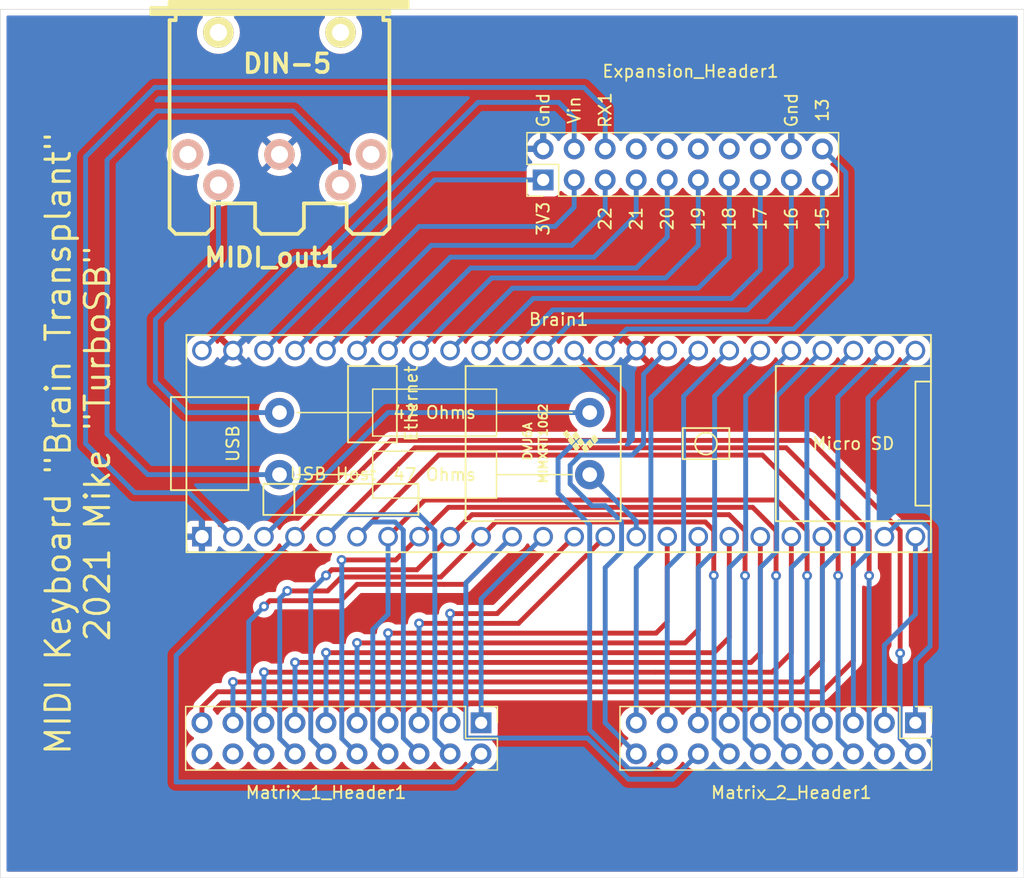
<source format=kicad_pcb>
(kicad_pcb (version 20211014) (generator pcbnew)
  (layers (0 "F.Cu" signal) (31 "B.Cu" signal) (34 "B.Paste" user) (35 "F.Paste" user) (36 "B.SilkS" user "B.Silkscreen") (37 "F.SilkS" user "F.Silkscreen") (38 "B.Mask" user) (39 "F.Mask" user) (44 "Edge.Cuts" user))
  (net 0 "")
  (net 1 "/G3b")
  (net 2 "/G3a")
  (net 3 "Net-(Brain1-Pad3)")
  (net 4 "/G4b")
  (net 5 "/G4a")
  (net 6 "/G2a")
  (net 7 "/G2b")
  (net 8 "/G5b")
  (net 9 "/G5a")
  (net 10 "/G6b")
  (net 11 "/G6a")
  (net 12 "/G7b")
  (net 13 "/G7a")
  (net 14 "/G8b")
  (net 15 "/G8a")
  (net 16 "/G9b")
  (net 17 "/G9a")
  (net 18 "/G10b")
  (net 19 "/G10a")
  (net 20 "/G11b")
  (net 21 "GND")
  (net 22 "/G1a")
  (net 23 "/G1b")
  (net 24 "/Key7")
  (net 25 "/Key6")
  (net 26 "/Key5")
  (net 27 "/Key4")
  (net 28 "Net-(Brain1-Pad15)")
  (net 29 "/Key3")
  (net 30 "/Key2")
  (net 31 "/Key1")
  (net 32 "/Key0")
  (net 33 "/RX1")
  (net 34 "/P13")
  (net 35 "/G11a")
  (net 36 "/Vin")
  (net 38 "Net-(Brain1-Pad37)")
  (net 39 "Net-(Brain1-Pad38)")
  (net 40 "Net-(Brain1-Pad39)")
  (net 41 "Net-(Brain1-Pad40)")
  (net 42 "Net-(Brain1-Pad41)")
  (net 43 "Net-(Brain1-Pad42)")
  (net 44 "Net-(Brain1-Pad43)")
  (net 45 "Net-(Brain1-Pad44)")
  (net 46 "Net-(Brain1-Pad45)")
  (net 47 "Net-(Brain1-Pad46)")
  (net 55 "/MIDI+")
  (net 57 "/MIDI-")
  (footprint "Connector_PinHeader_2.54mm:PinHeader_2x10_P2.54mm_Vertical" (layer "F.Cu") (at 127 69.85 90)
    (fp_text reference "Expansion_Header1" (at 8.89 12.065 180) (layer "F.SilkS"))
    (fp_text value "2x10")
    (pad "1" thru_hole rect locked (at 0 0 90) (size 1.7 1.7) (drill 1) (layers *.Cu *.Mask) (net 47 "Net-(Brain1-Pad46)"))
    (pad "2" thru_hole oval locked (at 2.54 0 90) (size 1.7 1.7) (drill 1) (layers *.Cu *.Mask) (net 21 "GND"))
    (pad "3" thru_hole oval locked (at 0 2.54 90) (size 1.7 1.7) (drill 1) (layers *.Cu *.Mask) (net 46 "Net-(Brain1-Pad45)"))
    (pad "4" thru_hole oval locked (at 2.54 2.54 90) (size 1.7 1.7) (drill 1) (layers *.Cu *.Mask) (net 36 "/Vin"))
    (pad "5" thru_hole oval locked (at 0 5.08 90) (size 1.7 1.7) (drill 1) (layers *.Cu *.Mask) (net 45 "Net-(Brain1-Pad44)"))
    (pad "6" thru_hole oval locked (at 2.54 5.08 90) (size 1.7 1.7) (drill 1) (layers *.Cu *.Mask) (net 33 "/RX1"))
    (pad "7" thru_hole oval locked (at 0 7.62 90) (size 1.7 1.7) (drill 1) (layers *.Cu *.Mask) (net 44 "Net-(Brain1-Pad43)"))
    (pad "8" thru_hole oval locked (at 2.54 7.62 90) (size 1.7 1.7) (drill 1) (layers *.Cu *.Mask))
    (pad "9" thru_hole oval locked (at 0 10.16 90) (size 1.7 1.7) (drill 1) (layers *.Cu *.Mask) (net 43 "Net-(Brain1-Pad42)"))
    (pad "10" thru_hole oval locked (at 2.54 10.16 90) (size 1.7 1.7) (drill 1) (layers *.Cu *.Mask))
    (pad "11" thru_hole oval locked (at 0 12.7 90) (size 1.7 1.7) (drill 1) (layers *.Cu *.Mask) (net 42 "Net-(Brain1-Pad41)"))
    (pad "12" thru_hole oval locked (at 2.54 12.7 90) (size 1.7 1.7) (drill 1) (layers *.Cu *.Mask))
    (pad "13" thru_hole oval locked (at 0 15.24 90) (size 1.7 1.7) (drill 1) (layers *.Cu *.Mask) (net 41 "Net-(Brain1-Pad40)"))
    (pad "14" thru_hole oval locked (at 2.54 15.24 90) (size 1.7 1.7) (drill 1) (layers *.Cu *.Mask))
    (pad "15" thru_hole oval locked (at 0 17.78 90) (size 1.7 1.7) (drill 1) (layers *.Cu *.Mask) (net 40 "Net-(Brain1-Pad39)"))
    (pad "16" thru_hole oval locked (at 2.54 17.78 90) (size 1.7 1.7) (drill 1) (layers *.Cu *.Mask))
    (pad "17" thru_hole oval locked (at 0 20.32 90) (size 1.7 1.7) (drill 1) (layers *.Cu *.Mask) (net 39 "Net-(Brain1-Pad38)"))
    (pad "18" thru_hole oval locked (at 2.54 20.32 90) (size 1.7 1.7) (drill 1) (layers *.Cu *.Mask) (net 21 "GND"))
    (pad "19" thru_hole oval locked (at 0 22.86 90) (size 1.7 1.7) (drill 1) (layers *.Cu *.Mask) (net 38 "Net-(Brain1-Pad37)"))
    (pad "20" thru_hole oval locked (at 2.54 22.86 90) (size 1.7 1.7) (drill 1) (layers *.Cu *.Mask) (net 34 "/P13"))
  )
  (footprint "Teensy:Teensy41_outer" (layer "F.Cu") (at 128.27 91.44)
    (fp_text reference "Brain1" (at 0 -10.16) (layer "F.SilkS"))
    (fp_text value "Teensy4.1")
    (fp_text user "USB Host" (at -18.4658 2.4892) (layer "F.SilkS"))
    (fp_text user "Micro SD" (at 24.13 0) (layer "F.SilkS"))
    (fp_text user "DVJ6A" (at -2.54 -0.18 -90) (layer "F.SilkS") (effects (font (size 0.7 0.7))))
    (fp_text user "MIMXRT1062" (at -1.27 0 -90) (layer "F.SilkS") (effects (font (size 0.7 0.7))))
    (fp_text user "Ethernet" (at -12.065 -3.2766 90) (layer "F.SilkS"))
    (fp_text user "USB" (at -26.67 0 270) (layer "F.SilkS"))
    (pad "1" thru_hole rect locked (at -29.21 7.62) (size 1.6 1.6) (drill 1.1) (layers *.Cu *.Mask) (net 21 "GND"))
    (pad "2" thru_hole circle locked (at -26.67 7.62) (size 1.6 1.6) (drill 1.1) (layers *.Cu *.Mask) (net 33 "/RX1"))
    (pad "3" thru_hole circle locked (at -24.13 7.62) (size 1.6 1.6) (drill 1.1) (layers *.Cu *.Mask) (net 3 "Net-(Brain1-Pad3)"))
    (pad "4" thru_hole circle locked (at -21.59 7.62) (size 1.6 1.6) (drill 1.1) (layers *.Cu *.Mask) (net 32 "/Key0"))
    (pad "5" thru_hole circle locked (at -19.05 7.62) (size 1.6 1.6) (drill 1.1) (layers *.Cu *.Mask) (net 31 "/Key1"))
    (pad "6" thru_hole circle locked (at -16.51 7.62) (size 1.6 1.6) (drill 1.1) (layers *.Cu *.Mask) (net 30 "/Key2"))
    (pad "7" thru_hole circle locked (at -13.97 7.62) (size 1.6 1.6) (drill 1.1) (layers *.Cu *.Mask) (net 29 "/Key3"))
    (pad "8" thru_hole circle locked (at -11.43 7.62) (size 1.6 1.6) (drill 1.1) (layers *.Cu *.Mask) (net 27 "/Key4"))
    (pad "9" thru_hole circle locked (at -8.89 7.62) (size 1.6 1.6) (drill 1.1) (layers *.Cu *.Mask) (net 26 "/Key5"))
    (pad "10" thru_hole circle locked (at -6.35 7.62) (size 1.6 1.6) (drill 1.1) (layers *.Cu *.Mask) (net 25 "/Key6"))
    (pad "11" thru_hole circle locked (at -3.81 7.62) (size 1.6 1.6) (drill 1.1) (layers *.Cu *.Mask) (net 24 "/Key7"))
    (pad "12" thru_hole circle locked (at -1.27 7.62) (size 1.6 1.6) (drill 1.1) (layers *.Cu *.Mask) (net 23 "/G1b"))
    (pad "13" thru_hole circle locked (at 1.27 7.62) (size 1.6 1.6) (drill 1.1) (layers *.Cu *.Mask) (net 22 "/G1a"))
    (pad "14" thru_hole circle locked (at 3.81 7.62) (size 1.6 1.6) (drill 1.1) (layers *.Cu *.Mask) (net 7 "/G2b"))
    (pad "15" thru_hole circle locked (at 6.35 7.62) (size 1.6 1.6) (drill 1.1) (layers *.Cu *.Mask) (net 28 "Net-(Brain1-Pad15)"))
    (pad "16" thru_hole circle locked (at 8.89 7.62) (size 1.6 1.6) (drill 1.1) (layers *.Cu *.Mask) (net 6 "/G2a"))
    (pad "17" thru_hole circle locked (at 11.43 7.62) (size 1.6 1.6) (drill 1.1) (layers *.Cu *.Mask) (net 1 "/G3b"))
    (pad "18" thru_hole circle locked (at 13.97 7.62) (size 1.6 1.6) (drill 1.1) (layers *.Cu *.Mask) (net 2 "/G3a"))
    (pad "19" thru_hole circle locked (at 16.51 7.62) (size 1.6 1.6) (drill 1.1) (layers *.Cu *.Mask) (net 4 "/G4b"))
    (pad "20" thru_hole circle locked (at 19.05 7.62) (size 1.6 1.6) (drill 1.1) (layers *.Cu *.Mask) (net 5 "/G4a"))
    (pad "21" thru_hole circle locked (at 21.59 7.62) (size 1.6 1.6) (drill 1.1) (layers *.Cu *.Mask) (net 8 "/G5b"))
    (pad "22" thru_hole circle locked (at 24.13 7.62) (size 1.6 1.6) (drill 1.1) (layers *.Cu *.Mask) (net 9 "/G5a"))
    (pad "23" thru_hole circle locked (at 26.67 7.62) (size 1.6 1.6) (drill 1.1) (layers *.Cu *.Mask) (net 10 "/G6b"))
    (pad "24" thru_hole circle locked (at 29.21 7.62) (size 1.6 1.6) (drill 1.1) (layers *.Cu *.Mask) (net 11 "/G6a"))
    (pad "25" thru_hole circle locked (at 29.21 -7.62) (size 1.6 1.6) (drill 1.1) (layers *.Cu *.Mask) (net 12 "/G7b"))
    (pad "26" thru_hole circle locked (at 26.67 -7.62) (size 1.6 1.6) (drill 1.1) (layers *.Cu *.Mask) (net 13 "/G7a"))
    (pad "27" thru_hole circle locked (at 24.13 -7.62) (size 1.6 1.6) (drill 1.1) (layers *.Cu *.Mask) (net 14 "/G8b"))
    (pad "28" thru_hole circle locked (at 21.59 -7.62) (size 1.6 1.6) (drill 1.1) (layers *.Cu *.Mask) (net 15 "/G8a"))
    (pad "29" thru_hole circle locked (at 19.05 -7.62) (size 1.6 1.6) (drill 1.1) (layers *.Cu *.Mask) (net 16 "/G9b"))
    (pad "30" thru_hole circle locked (at 16.51 -7.62) (size 1.6 1.6) (drill 1.1) (layers *.Cu *.Mask) (net 17 "/G9a"))
    (pad "31" thru_hole circle locked (at 13.97 -7.62) (size 1.6 1.6) (drill 1.1) (layers *.Cu *.Mask) (net 18 "/G10b"))
    (pad "32" thru_hole circle locked (at 11.43 -7.62) (size 1.6 1.6) (drill 1.1) (layers *.Cu *.Mask) (net 19 "/G10a"))
    (pad "33" thru_hole circle locked (at 8.89 -7.62) (size 1.6 1.6) (drill 1.1) (layers *.Cu *.Mask) (net 20 "/G11b"))
    (pad "34" thru_hole circle locked (at 6.35 -7.62) (size 1.6 1.6) (drill 1.1) (layers *.Cu *.Mask) (net 21 "GND"))
    (pad "35" thru_hole circle locked (at 3.81 -7.62) (size 1.6 1.6) (drill 1.1) (layers *.Cu *.Mask) (net 34 "/P13"))
    (pad "36" thru_hole circle locked (at 1.27 -7.62) (size 1.6 1.6) (drill 1.1) (layers *.Cu *.Mask) (net 35 "/G11a"))
    (pad "37" thru_hole circle locked (at -1.27 -7.62) (size 1.6 1.6) (drill 1.1) (layers *.Cu *.Mask) (net 38 "Net-(Brain1-Pad37)"))
    (pad "38" thru_hole circle locked (at -3.81 -7.62) (size 1.6 1.6) (drill 1.1) (layers *.Cu *.Mask) (net 39 "Net-(Brain1-Pad38)"))
    (pad "39" thru_hole circle locked (at -6.35 -7.62) (size 1.6 1.6) (drill 1.1) (layers *.Cu *.Mask) (net 40 "Net-(Brain1-Pad39)"))
    (pad "40" thru_hole circle locked (at -8.89 -7.62) (size 1.6 1.6) (drill 1.1) (layers *.Cu *.Mask) (net 41 "Net-(Brain1-Pad40)"))
    (pad "41" thru_hole circle locked (at -11.43 -7.62) (size 1.6 1.6) (drill 1.1) (layers *.Cu *.Mask) (net 42 "Net-(Brain1-Pad41)"))
    (pad "42" thru_hole circle locked (at -13.97 -7.62) (size 1.6 1.6) (drill 1.1) (layers *.Cu *.Mask) (net 43 "Net-(Brain1-Pad42)"))
    (pad "43" thru_hole circle locked (at -16.51 -7.62) (size 1.6 1.6) (drill 1.1) (layers *.Cu *.Mask) (net 44 "Net-(Brain1-Pad43)"))
    (pad "44" thru_hole circle locked (at -19.05 -7.62) (size 1.6 1.6) (drill 1.1) (layers *.Cu *.Mask) (net 45 "Net-(Brain1-Pad44)"))
    (pad "45" thru_hole circle locked (at -21.59 -7.62) (size 1.6 1.6) (drill 1.1) (layers *.Cu *.Mask) (net 46 "Net-(Brain1-Pad45)"))
    (pad "46" thru_hole circle locked (at -24.13 -7.62) (size 1.6 1.6) (drill 1.1) (layers *.Cu *.Mask) (net 47 "Net-(Brain1-Pad46)"))
    (pad "47" thru_hole circle locked (at -26.67 -7.62) (size 1.6 1.6) (drill 1.1) (layers *.Cu *.Mask) (net 21 "GND"))
    (pad "48" thru_hole circle locked (at -29.21 -7.62) (size 1.6 1.6) (drill 1.1) (layers *.Cu *.Mask) (net 36 "/Vin"))
  )
  (footprint "Connector_PinHeader_2.54mm:PinHeader_2x10_P2.54mm_Vertical" (layer "F.Cu") (at 121.92 114.3 -90)
    (fp_text reference "Matrix_1_Header1" (at 5.715 12.7) (layer "F.SilkS"))
    (fp_text value "2x10")
    (pad "1" thru_hole rect locked (at 0 0 270) (size 1.7 1.7) (drill 1) (layers *.Cu *.Mask) (net 23 "/G1b"))
    (pad "2" thru_hole oval locked (at 2.54 0 270) (size 1.7 1.7) (drill 1) (layers *.Cu *.Mask) (net 32 "/Key0"))
    (pad "3" thru_hole oval locked (at 0 2.54 270) (size 1.7 1.7) (drill 1) (layers *.Cu *.Mask) (net 22 "/G1a"))
    (pad "4" thru_hole oval locked (at 2.54 2.54 270) (size 1.7 1.7) (drill 1) (layers *.Cu *.Mask) (net 31 "/Key1"))
    (pad "5" thru_hole oval locked (at 0 5.08 270) (size 1.7 1.7) (drill 1) (layers *.Cu *.Mask) (net 7 "/G2b"))
    (pad "6" thru_hole oval locked (at 2.54 5.08 270) (size 1.7 1.7) (drill 1) (layers *.Cu *.Mask) (net 30 "/Key2"))
    (pad "7" thru_hole oval locked (at 0 7.62 270) (size 1.7 1.7) (drill 1) (layers *.Cu *.Mask) (net 6 "/G2a"))
    (pad "8" thru_hole oval locked (at 2.54 7.62 270) (size 1.7 1.7) (drill 1) (layers *.Cu *.Mask) (net 29 "/Key3"))
    (pad "9" thru_hole oval locked (at 0 10.16 270) (size 1.7 1.7) (drill 1) (layers *.Cu *.Mask) (net 1 "/G3b"))
    (pad "10" thru_hole oval locked (at 2.54 10.16 270) (size 1.7 1.7) (drill 1) (layers *.Cu *.Mask) (net 27 "/Key4"))
    (pad "11" thru_hole oval locked (at 0 12.7 270) (size 1.7 1.7) (drill 1) (layers *.Cu *.Mask) (net 2 "/G3a"))
    (pad "12" thru_hole oval locked (at 2.54 12.7 270) (size 1.7 1.7) (drill 1) (layers *.Cu *.Mask) (net 26 "/Key5"))
    (pad "13" thru_hole oval locked (at 0 15.24 270) (size 1.7 1.7) (drill 1) (layers *.Cu *.Mask) (net 4 "/G4b"))
    (pad "14" thru_hole oval locked (at 2.54 15.24 270) (size 1.7 1.7) (drill 1) (layers *.Cu *.Mask) (net 25 "/Key6"))
    (pad "15" thru_hole oval locked (at 0 17.78 270) (size 1.7 1.7) (drill 1) (layers *.Cu *.Mask) (net 5 "/G4a"))
    (pad "16" thru_hole oval locked (at 2.54 17.78 270) (size 1.7 1.7) (drill 1) (layers *.Cu *.Mask) (net 24 "/Key7"))
    (pad "17" thru_hole oval locked (at 0 20.32 270) (size 1.7 1.7) (drill 1) (layers *.Cu *.Mask) (net 8 "/G5b"))
    (pad "18" thru_hole oval locked (at 2.54 20.32 270) (size 1.7 1.7) (drill 1) (layers *.Cu *.Mask))
    (pad "19" thru_hole oval locked (at 0 22.86 270) (size 1.7 1.7) (drill 1) (layers *.Cu *.Mask) (net 9 "/G5a"))
    (pad "20" thru_hole oval locked (at 2.54 22.86 270) (size 1.7 1.7) (drill 1) (layers *.Cu *.Mask))
  )
  (footprint "Connector_PinHeader_2.54mm:PinHeader_2x10_P2.54mm_Vertical" (layer "F.Cu") (at 157.48 114.3 -90)
    (fp_text reference "Matrix_2_Header1" (at 5.715 10.16) (layer "F.SilkS"))
    (fp_text value "2x10")
    (pad "1" thru_hole rect locked (at 0 0 270) (size 1.7 1.7) (drill 1) (layers *.Cu *.Mask) (net 10 "/G6b"))
    (pad "2" thru_hole oval locked (at 2.54 0 270) (size 1.7 1.7) (drill 1) (layers *.Cu *.Mask) (net 32 "/Key0"))
    (pad "3" thru_hole oval locked (at 0 2.54 270) (size 1.7 1.7) (drill 1) (layers *.Cu *.Mask) (net 11 "/G6a"))
    (pad "4" thru_hole oval locked (at 2.54 2.54 270) (size 1.7 1.7) (drill 1) (layers *.Cu *.Mask) (net 31 "/Key1"))
    (pad "5" thru_hole oval locked (at 0 5.08 270) (size 1.7 1.7) (drill 1) (layers *.Cu *.Mask) (net 12 "/G7b"))
    (pad "6" thru_hole oval locked (at 2.54 5.08 270) (size 1.7 1.7) (drill 1) (layers *.Cu *.Mask) (net 30 "/Key2"))
    (pad "7" thru_hole oval locked (at 0 7.62 270) (size 1.7 1.7) (drill 1) (layers *.Cu *.Mask) (net 13 "/G7a"))
    (pad "8" thru_hole oval locked (at 2.54 7.62 270) (size 1.7 1.7) (drill 1) (layers *.Cu *.Mask) (net 29 "/Key3"))
    (pad "9" thru_hole oval locked (at 0 10.16 270) (size 1.7 1.7) (drill 1) (layers *.Cu *.Mask) (net 14 "/G8b"))
    (pad "10" thru_hole oval locked (at 2.54 10.16 270) (size 1.7 1.7) (drill 1) (layers *.Cu *.Mask) (net 27 "/Key4"))
    (pad "11" thru_hole oval locked (at 0 12.7 270) (size 1.7 1.7) (drill 1) (layers *.Cu *.Mask) (net 15 "/G8a"))
    (pad "12" thru_hole oval locked (at 2.54 12.7 270) (size 1.7 1.7) (drill 1) (layers *.Cu *.Mask) (net 26 "/Key5"))
    (pad "13" thru_hole oval locked (at 0 15.24 270) (size 1.7 1.7) (drill 1) (layers *.Cu *.Mask) (net 16 "/G9b"))
    (pad "14" thru_hole oval locked (at 2.54 15.24 270) (size 1.7 1.7) (drill 1) (layers *.Cu *.Mask) (net 25 "/Key6"))
    (pad "15" thru_hole oval locked (at 0 17.78 270) (size 1.7 1.7) (drill 1) (layers *.Cu *.Mask) (net 17 "/G9a"))
    (pad "16" thru_hole oval locked (at 2.54 17.78 270) (size 1.7 1.7) (drill 1) (layers *.Cu *.Mask) (net 24 "/Key7"))
    (pad "17" thru_hole oval locked (at 0 20.32 270) (size 1.7 1.7) (drill 1) (layers *.Cu *.Mask) (net 18 "/G10b"))
    (pad "18" thru_hole oval locked (at 2.54 20.32 270) (size 1.7 1.7) (drill 1) (layers *.Cu *.Mask) (net 35 "/G11a"))
    (pad "19" thru_hole oval locked (at 0 22.86 270) (size 1.7 1.7) (drill 1) (layers *.Cu *.Mask) (net 19 "/G10a"))
    (pad "20" thru_hole oval locked (at 2.54 22.86 270) (size 1.7 1.7) (drill 1) (layers *.Cu *.Mask) (net 20 "/G11b"))
  )
  (footprint "Eurocad:MIDI_DIN5" (layer "F.Cu") (at 105.41 64.77 180)
    (fp_text reference "MIDI_out1" (at 0.635 -11.43) (layer "F.SilkS") (effects (font (size 1.524 1.524) (thickness 0.3048))))
    (fp_text value "DIN-5" (at -0.635 4.445) (layer "F.SilkS") (effects (font (size 1.524 1.524) (thickness 0.3048))))
    (pad "" np_thru_hole circle locked (at 5.00126 6.9977 180) (size 2.49936 2.49936) (drill 1.397) (layers *.Cu *.Mask "F.SilkS"))
    (pad "" np_thru_hole circle locked (at -5.00126 6.9977 180) (size 2.49936 2.49936) (drill 1.397) (layers *.Cu *.Mask "F.SilkS"))
    (pad "1" thru_hole circle locked (at 7.49808 -2.9972 180) (size 2.49936 2.49936) (drill 1.397) (layers *.Cu *.SilkS *.Mask))
    (pad "2" thru_hole circle locked (at 0 -2.99974 180) (size 2.49936 2.49936) (drill 1.397) (layers *.Cu *.SilkS *.Mask) (net 21 "GND"))
    (pad "3" thru_hole circle locked (at -7.49808 -2.9972 180) (size 2.49936 2.49936) (drill 1.397) (layers *.Cu *.SilkS *.Mask))
    (pad "4" thru_hole circle locked (at 4.99618 -5.4991 180) (size 2.49936 2.49936) (drill 1.397) (layers *.Cu *.SilkS *.Mask) (net 55 "/MIDI+"))
    (pad "5" thru_hole circle locked (at -4.99618 -5.4991 180) (size 2.49936 2.49936) (drill 1.397) (layers *.Cu *.SilkS *.Mask) (net 57 "/MIDI-"))
  )
  (footprint "Resistor_THT:R_Axial_DIN0411_L9.9mm_D3.6mm_P25.40mm_Horizontal" (layer "F.Cu") (at 130.81 88.9 180)
    (fp_text reference "R1" hide)
    (fp_text value "47 Ohms" (at 12.7 0) (layer "F.SilkS"))
    (pad "1" thru_hole circle locked (at 0 0 180) (size 2.4 2.4) (drill 1.2) (layers *.Cu *.Mask) (net 3 "Net-(Brain1-Pad3)"))
    (pad "2" thru_hole oval locked (at 25.4 0 180) (size 2.4 2.4) (drill 1.2) (layers *.Cu *.Mask) (net 55 "/MIDI+"))
  )
  (footprint "Resistor_THT:R_Axial_DIN0411_L9.9mm_D3.6mm_P25.40mm_Horizontal" (layer "F.Cu") (at 130.81 93.98 180)
    (fp_text reference "R2" hide)
    (fp_text value "47 Ohms" (at 12.7 0) (layer "F.SilkS"))
    (pad "1" thru_hole circle locked (at 0 0 180) (size 2.4 2.4) (drill 1.2) (layers *.Cu *.Mask) (net 28 "Net-(Brain1-Pad15)"))
    (pad "2" thru_hole oval locked (at 25.4 0 180) (size 2.4 2.4) (drill 1.2) (layers *.Cu *.Mask) (net 57 "/MIDI-"))
  )
  (gr_line (start 82.55 127) (end 82.55 55.88) (layer "Edge.Cuts") (width 0.05))
  (gr_line (start 166.37 127) (end 82.55 127) (layer "Edge.Cuts") (width 0.05))
  (gr_line (start 82.55 55.88) (end 166.37 55.88) (layer "Edge.Cuts") (width 0.05))
  (gr_line (start 166.37 55.88) (end 166.37 127) (layer "Edge.Cuts") (width 0.05))
  (gr_text "Gnd" (at 127 64.135 90) (layer "F.SilkS") (effects (font (size 1 1))))
  (gr_text "Vin" (at 129.54 64.135 90) (layer "F.SilkS") (effects (font (size 1 1))))
  (gr_text "16" (at 147.32 73.025 90) (layer "F.SilkS") (effects (font (size 1 1))))
  (gr_text "15" (at 149.86 73.025 90) (layer "F.SilkS") (effects (font (size 1 1))))
  (gr_text "Gnd" (at 147.32 64.135 90) (layer "F.SilkS") (effects (font (size 1 1))))
  (gr_text "21" (at 134.62 73.025 90) (layer "F.SilkS") (effects (font (size 1 1))))
  (gr_text "MIDI Keyboard {dblquote}Brain Transplant{dblquote}\n2021 Mike {dblquote}TurboSB{dblquote}" (at 88.9 91.44 90) (layer "F.SilkS") (effects (font (size 2 2) (thickness 0.25))))
  (gr_text "RX1\n" (at 132.08 64.135 90) (layer "F.SilkS") (effects (font (size 1 1))))
  (gr_text "18" (at 142.24 73.025 90) (layer "F.SilkS") (effects (font (size 1 1))))
  (gr_text "3V3" (at 127 73.025 90) (layer "F.SilkS") (effects (font (size 1 1))))
  (gr_text "13" (at 149.86 64.135 90) (layer "F.SilkS") (effects (font (size 1 1))))
  (gr_text "20" (at 137.16 73.025 90) (layer "F.SilkS") (effects (font (size 1 1))))
  (gr_text "17" (at 144.78 73.025 90) (layer "F.SilkS") (effects (font (size 1 1))))
  (gr_text "22" (at 132.08 73.025 90) (layer "F.SilkS") (effects (font (size 1 1))))
  (gr_text "19" (at 139.7 73.025 90) (layer "F.SilkS") (effects (font (size 1 1))))
  (segment (start 138.62 107.76) (end 139.7 106.68) (width 0.4) (layer "F.Cu") (net 1))
  (segment (start 111.76 107.76) (end 138.62 107.76) (width 0.4) (layer "F.Cu") (net 1))
  (segment (start 139.7 106.68) (end 139.7 99.06) (width 0.4) (layer "F.Cu") (net 1))
  (via (at 111.76 107.76) (size 0.8) (drill 0.4) (layers "F.Cu" "B.Cu") (net 1))
  (segment (start 111.76 114.3) (end 111.76 107.95) (width 0.4) (layer "B.Cu") (net 1))
  (segment (start 111.76 107.95) (end 111.76 107.76) (width 0.4) (layer "B.Cu") (net 1))
  (segment (start 142.24 107.315) (end 142.24 99.06) (width 0.4) (layer "F.Cu") (net 2))
  (segment (start 109.22 108.56) (end 140.995 108.56) (width 0.4) (layer "F.Cu") (net 2))
  (segment (start 140.995 108.56) (end 142.24 107.315) (width 0.4) (layer "F.Cu") (net 2))
  (via (at 109.22 108.56) (size 0.8) (drill 0.4) (layers "F.Cu" "B.Cu") (net 2))
  (segment (start 109.22 114.3) (end 109.22 108.585) (width 0.4) (layer "B.Cu") (net 2))
  (segment (start 109.22 108.585) (end 109.22 108.56) (width 0.4) (layer "B.Cu") (net 2))
  (segment (start 104.14 99.06) (end 114.3 88.9) (width 0.4) (layer "B.Cu") (net 3))
  (segment (start 114.3 88.9) (end 130.81 88.9) (width 0.4) (layer "B.Cu") (net 3))
  (segment (start 130.768456 88.941544) (end 130.81 88.9) (width 0.4) (layer "B.Cu") (net 3))
  (segment (start 144.005 109.36) (end 144.78 108.585) (width 0.4) (layer "F.Cu") (net 4))
  (segment (start 144.78 108.585) (end 144.78 99.06) (width 0.4) (layer "F.Cu") (net 4))
  (segment (start 106.68 109.36) (end 144.005 109.36) (width 0.4) (layer "F.Cu") (net 4))
  (via (at 106.68 109.36) (size 0.8) (drill 0.4) (layers "F.Cu" "B.Cu") (net 4))
  (segment (start 106.68 109.855) (end 106.68 109.36) (width 0.4) (layer "B.Cu") (net 4))
  (segment (start 106.68 114.3) (end 106.68 109.855) (width 0.4) (layer "B.Cu") (net 4))
  (segment (start 104.14 110.16) (end 136.22 110.16) (width 0.4) (layer "F.Cu") (net 5))
  (segment (start 147.32 99.06) (end 147.32 108.585) (width 0.4) (layer "F.Cu") (net 5))
  (segment (start 147.32 108.585) (end 145.745 110.16) (width 0.4) (layer "F.Cu") (net 5))
  (segment (start 145.745 110.16) (end 136.22 110.16) (width 0.4) (layer "F.Cu") (net 5))
  (via (at 104.14 110.16) (size 0.8) (drill 0.4) (layers "F.Cu" "B.Cu") (net 5))
  (segment (start 104.14 114.3) (end 104.14 110.49) (width 0.4) (layer "B.Cu") (net 5))
  (segment (start 104.14 110.49) (end 104.14 110.16) (width 0.4) (layer "B.Cu") (net 5))
  (segment (start 114.3 106.96) (end 136.245 106.96) (width 0.4) (layer "F.Cu") (net 6))
  (segment (start 136.245 106.96) (end 137.16 106.045) (width 0.4) (layer "F.Cu") (net 6))
  (segment (start 137.16 106.045) (end 137.16 99.06) (width 0.4) (layer "F.Cu") (net 6))
  (via (at 114.3 106.96) (size 0.8) (drill 0.4) (layers "F.Cu" "B.Cu") (net 6))
  (segment (start 114.3 107.315) (end 114.3 106.96) (width 0.4) (layer "B.Cu") (net 6))
  (segment (start 114.3 114.3) (end 114.3 107.315) (width 0.4) (layer "B.Cu") (net 6))
  (segment (start 124.98 106.16) (end 132.08 99.06) (width 0.4) (layer "F.Cu") (net 7))
  (segment (start 116.84 106.16) (end 124.98 106.16) (width 0.4) (layer "F.Cu") (net 7))
  (via (at 116.84 106.16) (size 0.8) (drill 0.4) (layers "F.Cu" "B.Cu") (net 7))
  (segment (start 116.84 106.68) (end 116.84 106.16) (width 0.4) (layer "B.Cu") (net 7))
  (segment (start 116.84 114.3) (end 116.84 106.68) (width 0.4) (layer "B.Cu") (net 7))
  (segment (start 149.86 109.22) (end 149.86 99.06) (width 0.4) (layer "F.Cu") (net 8))
  (segment (start 101.6 110.96) (end 148.12 110.96) (width 0.4) (layer "F.Cu") (net 8))
  (segment (start 148.12 110.96) (end 149.86 109.22) (width 0.4) (layer "F.Cu") (net 8))
  (via (at 101.6 110.96) (size 0.8) (drill 0.4) (layers "F.Cu" "B.Cu") (net 8))
  (segment (start 101.6 114.3) (end 101.6 111.125) (width 0.4) (layer "B.Cu") (net 8))
  (segment (start 101.6 111.125) (end 101.6 110.96) (width 0.4) (layer "B.Cu") (net 8))
  (segment (start 100.33 111.76) (end 99.06 113.03) (width 0.4) (layer "F.Cu") (net 9))
  (segment (start 152.4 109.22) (end 149.86 111.76) (width 0.4) (layer "F.Cu") (net 9))
  (segment (start 99.06 113.03) (end 99.06 114.3) (width 0.4) (layer "F.Cu") (net 9))
  (segment (start 152.4 99.06) (end 152.4 109.22) (width 0.4) (layer "F.Cu") (net 9))
  (segment (start 149.86 111.76) (end 100.33 111.76) (width 0.4) (layer "F.Cu") (net 9))
  (segment (start 158.056001 97.859999) (end 158.680001 98.483999) (width 0.4) (layer "B.Cu") (net 10))
  (segment (start 156.140001 97.859999) (end 158.056001 97.859999) (width 0.4) (layer "B.Cu") (net 10))
  (segment (start 154.94 99.06) (end 156.140001 97.859999) (width 0.4) (layer "B.Cu") (net 10))
  (segment (start 158.680001 98.483999) (end 158.680001 108.019999) (width 0.4) (layer "B.Cu") (net 10))
  (segment (start 158.680001 108.019999) (end 157.48 109.22) (width 0.4) (layer "B.Cu") (net 10))
  (segment (start 157.48 109.22) (end 157.48 114.3) (width 0.4) (layer "B.Cu") (net 10))
  (segment (start 157.48 105.41) (end 157.48 99.06) (width 0.4) (layer "B.Cu") (net 11))
  (segment (start 154.94 107.95) (end 157.48 105.41) (width 0.4) (layer "B.Cu") (net 11))
  (segment (start 154.94 114.3) (end 154.94 107.95) (width 0.4) (layer "B.Cu") (net 11))
  (segment (start 152.4 101.6) (end 153.600001 100.399999) (width 0.4) (layer "B.Cu") (net 12))
  (segment (start 153.600001 100.399999) (end 153.600001 87.699999) (width 0.4) (layer "B.Cu") (net 12))
  (segment (start 153.600001 87.699999) (end 157.48 83.82) (width 0.4) (layer "B.Cu") (net 12))
  (segment (start 152.4 114.3) (end 152.4 101.6) (width 0.4) (layer "B.Cu") (net 12))
  (segment (start 151.13 87.63) (end 154.94 83.82) (width 0.4) (layer "B.Cu") (net 13))
  (segment (start 149.86 114.3) (end 149.86 101.6) (width 0.4) (layer "B.Cu") (net 13))
  (segment (start 151.13 100.33) (end 151.13 87.63) (width 0.4) (layer "B.Cu") (net 13))
  (segment (start 149.86 101.6) (end 151.13 100.33) (width 0.4) (layer "B.Cu") (net 13))
  (segment (start 148.59 87.63) (end 152.4 83.82) (width 0.4) (layer "B.Cu") (net 14))
  (segment (start 148.59 100.33) (end 148.59 87.63) (width 0.4) (layer "B.Cu") (net 14))
  (segment (start 147.32 101.6) (end 148.59 100.33) (width 0.4) (layer "B.Cu") (net 14))
  (segment (start 147.32 114.3) (end 147.32 101.6) (width 0.4) (layer "B.Cu") (net 14))
  (segment (start 144.78 101.6) (end 146.119999 100.260001) (width 0.4) (layer "B.Cu") (net 15))
  (segment (start 146.119999 100.260001) (end 146.119999 87.560001) (width 0.4) (layer "B.Cu") (net 15))
  (segment (start 146.119999 87.560001) (end 149.86 83.82) (width 0.4) (layer "B.Cu") (net 15))
  (segment (start 144.78 114.3) (end 144.78 101.6) (width 0.4) (layer "B.Cu") (net 15))
  (segment (start 142.24 101.6) (end 143.579999 100.260001) (width 0.4) (layer "B.Cu") (net 16))
  (segment (start 143.579999 100.260001) (end 143.579999 87.560001) (width 0.4) (layer "B.Cu") (net 16))
  (segment (start 143.579999 87.560001) (end 147.32 83.82) (width 0.4) (layer "B.Cu") (net 16))
  (segment (start 142.24 114.3) (end 142.24 101.6) (width 0.4) (layer "B.Cu") (net 16))
  (segment (start 141.039999 100.260001) (end 141.039999 87.560001) (width 0.4) (layer "B.Cu") (net 17))
  (segment (start 139.7 101.6) (end 141.039999 100.260001) (width 0.4) (layer "B.Cu") (net 17))
  (segment (start 139.7 114.3) (end 139.7 101.6) (width 0.4) (layer "B.Cu") (net 17))
  (segment (start 141.039999 87.560001) (end 144.78 83.82) (width 0.4) (layer "B.Cu") (net 17))
  (segment (start 137.16 101.6) (end 138.499999 100.260001) (width 0.4) (layer "B.Cu") (net 18))
  (segment (start 137.16 114.3) (end 137.16 101.6) (width 0.4) (layer "B.Cu") (net 18))
  (segment (start 138.499999 87.560001) (end 142.24 83.82) (width 0.4) (layer "B.Cu") (net 18))
  (segment (start 138.499999 100.260001) (end 138.499999 87.560001) (width 0.4) (layer "B.Cu") (net 18))
  (segment (start 135.820001 87.699999) (end 139.7 83.82) (width 0.4) (layer "B.Cu") (net 19))
  (segment (start 134.62 101.6) (end 135.820001 100.399999) (width 0.4) (layer "B.Cu") (net 19))
  (segment (start 135.820001 100.399999) (end 135.820001 87.699999) (width 0.4) (layer "B.Cu") (net 19))
  (segment (start 134.62 114.3) (end 134.62 101.6) (width 0.4) (layer "B.Cu") (net 19))
  (segment (start 135.219991 91.450007) (end 135.219991 85.760009) (width 0.4) (layer "B.Cu") (net 20))
  (segment (start 130.981998 96.52) (end 129.209999 94.748001) (width 0.4) (layer "B.Cu") (net 20))
  (segment (start 134.289999 92.379999) (end 135.219991 91.450007) (width 0.4) (layer "B.Cu") (net 20))
  (segment (start 132.08 101.6) (end 133.419999 100.260001) (width 0.4) (layer "B.Cu") (net 20))
  (segment (start 130.041999 92.379999) (end 134.289999 92.379999) (width 0.4) (layer "B.Cu") (net 20))
  (segment (start 133.419999 97.859999) (end 132.08 96.52) (width 0.4) (layer "B.Cu") (net 20))
  (segment (start 133.419999 100.260001) (end 133.419999 97.859999) (width 0.4) (layer "B.Cu") (net 20))
  (segment (start 135.219991 85.760009) (end 137.16 83.82) (width 0.4) (layer "B.Cu") (net 20))
  (segment (start 129.209999 94.748001) (end 129.209999 93.211999) (width 0.4) (layer "B.Cu") (net 20))
  (segment (start 134.62 116.84) (end 132.08 114.3) (width 0.4) (layer "B.Cu") (net 20))
  (segment (start 132.08 96.52) (end 130.981998 96.52) (width 0.4) (layer "B.Cu") (net 20))
  (segment (start 129.209999 93.211999) (end 130.041999 92.379999) (width 0.4) (layer "B.Cu") (net 20))
  (segment (start 132.08 114.3) (end 132.08 101.6) (width 0.4) (layer "B.Cu") (net 20))
  (segment (start 119.38 105.36) (end 123.24 105.36) (width 0.4) (layer "F.Cu") (net 22))
  (segment (start 123.24 105.36) (end 129.54 99.06) (width 0.4) (layer "F.Cu") (net 22))
  (via (at 119.38 105.36) (size 0.8) (drill 0.4) (layers "F.Cu" "B.Cu") (net 22))
  (segment (start 119.38 114.3) (end 119.38 105.41) (width 0.4) (layer "B.Cu") (net 22))
  (segment (start 119.38 105.41) (end 119.38 105.36) (width 0.4) (layer "B.Cu") (net 22))
  (segment (start 121.92 114.3) (end 121.92 104.14) (width 0.4) (layer "B.Cu") (net 23))
  (segment (start 121.92 104.14) (end 127 99.06) (width 0.4) (layer "B.Cu") (net 23))
  (segment (start 120.554979 102.965021) (end 118.863521 102.965021) (width 0.4) (layer "F.Cu") (net 24))
  (segment (start 104.609999 104.305001) (end 104.14 104.775) (width 0.4) (layer "F.Cu") (net 24))
  (segment (start 118.863521 102.965021) (end 111.76 102.965021) (width 0.4) (layer "F.Cu") (net 24))
  (segment (start 110.42002 104.305001) (end 104.609999 104.305001) (width 0.4) (layer "F.Cu") (net 24))
  (segment (start 111.76 102.965021) (end 110.42002 104.305001) (width 0.4) (layer "F.Cu") (net 24))
  (segment (start 124.46 99.06) (end 120.554979 102.965021) (width 0.4) (layer "F.Cu") (net 24))
  (via (at 104.14 104.775) (size 0.8) (drill 0.4) (layers "F.Cu" "B.Cu") (net 24))
  (segment (start 102.889999 106.025001) (end 102.889999 115.589999) (width 0.4) (layer "B.Cu") (net 24))
  (segment (start 124.46 99.06) (end 120.67 102.85) (width 0.4) (layer "B.Cu") (net 24))
  (segment (start 137.6172 118.9228) (end 139.7 116.84) (width 0.4) (layer "B.Cu") (net 24))
  (segment (start 130.63147 115.55) (end 134.00427 118.9228) (width 0.4) (layer "B.Cu") (net 24))
  (segment (start 120.67 115.55) (end 130.63147 115.55) (width 0.4) (layer "B.Cu") (net 24))
  (segment (start 102.889999 115.589999) (end 104.14 116.84) (width 0.4) (layer "B.Cu") (net 24))
  (segment (start 104.14 104.775) (end 102.889999 106.025001) (width 0.4) (layer "B.Cu") (net 24))
  (segment (start 120.67 102.85) (end 120.67 115.55) (width 0.4) (layer "B.Cu") (net 24))
  (segment (start 134.00427 118.9228) (end 137.6172 118.9228) (width 0.4) (layer "B.Cu") (net 24))
  (segment (start 106.045 103.505) (end 109.350011 103.505) (width 0.4) (layer "F.Cu") (net 25))
  (segment (start 123.120001 97.859999) (end 121.92 99.06) (width 0.4) (layer "F.Cu") (net 25))
  (segment (start 110.49 102.365011) (end 118.614989 102.365011) (width 0.4) (layer "F.Cu") (net 25))
  (segment (start 140.97 98.553998) (end 140.276001 97.859999) (width 0.4) (layer "F.Cu") (net 25))
  (segment (start 140.97 102.235) (end 140.97 98.553998) (width 0.4) (layer "F.Cu") (net 25))
  (segment (start 109.350011 103.505) (end 110.49 102.365011) (width 0.4) (layer "F.Cu") (net 25))
  (segment (start 140.276001 97.859999) (end 123.120001 97.859999) (width 0.4) (layer "F.Cu") (net 25))
  (segment (start 118.614989 102.365011) (end 121.92 99.06) (width 0.4) (layer "F.Cu") (net 25))
  (via (at 140.97 102.235) (size 0.8) (drill 0.4) (layers "F.Cu" "B.Cu") (net 25))
  (via (at 106.045 103.505) (size 0.8) (drill 0.4) (layers "F.Cu" "B.Cu") (net 25))
  (segment (start 142.24 116.84) (end 140.989999 115.589999) (width 0.4) (layer "B.Cu") (net 25))
  (segment (start 140.989999 115.589999) (end 140.989999 102.254999) (width 0.4) (layer "B.Cu") (net 25))
  (segment (start 105.429999 104.120001) (end 106.045 103.505) (width 0.4) (layer "B.Cu") (net 25))
  (segment (start 105.429999 115.589999) (end 105.429999 104.120001) (width 0.4) (layer "B.Cu") (net 25))
  (segment (start 106.68 116.84) (end 105.429999 115.589999) (width 0.4) (layer "B.Cu") (net 25))
  (segment (start 140.989999 102.254999) (end 140.97 102.235) (width 0.4) (layer "B.Cu") (net 25))
  (segment (start 119.38 99.06) (end 116.674999 101.765001) (width 0.4) (layer "F.Cu") (net 26))
  (segment (start 143.529999 102.254999) (end 143.529999 98.573997) (width 0.4) (layer "F.Cu") (net 26))
  (segment (start 109.689999 101.765001) (end 109.22 102.235) (width 0.4) (layer "F.Cu") (net 26))
  (segment (start 143.529999 98.573997) (end 142.215992 97.25999) (width 0.4) (layer "F.Cu") (net 26))
  (segment (start 142.215992 97.25999) (end 121.18001 97.25999) (width 0.4) (layer "F.Cu") (net 26))
  (segment (start 116.674999 101.765001) (end 109.689999 101.765001) (width 0.4) (layer "F.Cu") (net 26))
  (segment (start 121.18001 97.25999) (end 119.38 99.06) (width 0.4) (layer "F.Cu") (net 26))
  (via (at 109.22 102.235) (size 0.8) (drill 0.4) (layers "F.Cu" "B.Cu") (net 26))
  (via (at 143.529999 102.254999) (size 0.8) (drill 0.4) (layers "F.Cu" "B.Cu") (net 26))
  (segment (start 107.969999 103.485001) (end 107.969999 115.589999) (width 0.4) (layer "B.Cu") (net 26))
  (segment (start 143.529999 115.589999) (end 143.529999 102.254999) (width 0.4) (layer "B.Cu") (net 26))
  (segment (start 107.969999 115.589999) (end 109.22 116.84) (width 0.4) (layer "B.Cu") (net 26))
  (segment (start 144.78 116.84) (end 143.529999 115.589999) (width 0.4) (layer "B.Cu") (net 26))
  (segment (start 109.22 102.235) (end 107.969999 103.485001) (width 0.4) (layer "B.Cu") (net 26))
  (segment (start 146.069999 102.254999) (end 146.069999 98.573997) (width 0.4) (layer "F.Cu") (net 27))
  (segment (start 144.155983 96.659981) (end 119.240019 96.659981) (width 0.4) (layer "F.Cu") (net 27))
  (segment (start 110.49 100.965) (end 114.935 100.965) (width 0.4) (layer "F.Cu") (net 27))
  (segment (start 146.069999 98.573997) (end 144.155983 96.659981) (width 0.4) (layer "F.Cu") (net 27))
  (segment (start 119.240019 96.659981) (end 116.84 99.06) (width 0.4) (layer "F.Cu") (net 27))
  (segment (start 114.935 100.965) (end 116.84 99.06) (width 0.4) (layer "F.Cu") (net 27))
  (via (at 146.069999 102.254999) (size 0.8) (drill 0.4) (layers "F.Cu" "B.Cu") (net 27))
  (via (at 110.49 100.965) (size 0.8) (drill 0.4) (layers "F.Cu" "B.Cu") (net 27))
  (segment (start 110.509999 100.984999) (end 110.49 100.965) (width 0.4) (layer "B.Cu") (net 27))
  (segment (start 146.069999 115.589999) (end 146.069999 102.254999) (width 0.4) (layer "B.Cu") (net 27))
  (segment (start 111.76 116.84) (end 110.509999 115.589999) (width 0.4) (layer "B.Cu") (net 27))
  (segment (start 147.32 116.84) (end 146.069999 115.589999) (width 0.4) (layer "B.Cu") (net 27))
  (segment (start 110.509999 115.589999) (end 110.509999 100.984999) (width 0.4) (layer "B.Cu") (net 27))
  (segment (start 134.62 97.79) (end 134.62 99.06) (width 0.4) (layer "B.Cu") (net 28))
  (segment (start 130.81 93.98) (end 134.62 97.79) (width 0.4) (layer "B.Cu") (net 28))
  (segment (start 148.609999 98.573997) (end 146.095974 96.059972) (width 0.4) (layer "F.Cu") (net 29))
  (segment (start 117.300028 96.059972) (end 114.3 99.06) (width 0.4) (layer "F.Cu") (net 29))
  (segment (start 148.609999 102.254999) (end 148.609999 98.573997) (width 0.4) (layer "F.Cu") (net 29))
  (segment (start 146.095974 96.059972) (end 117.300028 96.059972) (width 0.4) (layer "F.Cu") (net 29))
  (via (at 148.609999 102.254999) (size 0.8) (drill 0.4) (layers "F.Cu" "B.Cu") (net 29))
  (segment (start 149.86 116.84) (end 148.609999 115.589999) (width 0.4) (layer "B.Cu") (net 29))
  (segment (start 113.049999 106.660001) (end 114.3 105.41) (width 0.4) (layer "B.Cu") (net 29))
  (segment (start 114.3 105.41) (end 114.3 99.06) (width 0.4) (layer "B.Cu") (net 29))
  (segment (start 113.049999 115.589999) (end 113.049999 106.660001) (width 0.4) (layer "B.Cu") (net 29))
  (segment (start 148.609999 115.589999) (end 148.609999 102.254999) (width 0.4) (layer "B.Cu") (net 29))
  (segment (start 114.3 116.84) (end 113.049999 115.589999) (width 0.4) (layer "B.Cu") (net 29))
  (segment (start 151.149999 98.573997) (end 144.956001 92.379999) (width 0.4) (layer "F.Cu") (net 30))
  (segment (start 118.440001 92.379999) (end 111.76 99.06) (width 0.4) (layer "F.Cu") (net 30))
  (segment (start 144.956001 92.379999) (end 118.440001 92.379999) (width 0.4) (layer "F.Cu") (net 30))
  (segment (start 151.149999 102.254999) (end 151.149999 98.573997) (width 0.4) (layer "F.Cu") (net 30))
  (via (at 151.149999 102.254999) (size 0.8) (drill 0.4) (layers "F.Cu" "B.Cu") (net 30))
  (segment (start 116.84 116.84) (end 115.550001 115.550001) (width 0.4) (layer "B.Cu") (net 30))
  (segment (start 112.960001 97.859999) (end 111.76 99.06) (width 0.4) (layer "B.Cu") (net 30))
  (segment (start 151.149999 115.589999) (end 151.149999 102.254999) (width 0.4) (layer "B.Cu") (net 30))
  (segment (start 152.4 116.84) (end 151.149999 115.589999) (width 0.4) (layer "B.Cu") (net 30))
  (segment (start 115.550001 115.550001) (end 115.550001 98.533999) (width 0.4) (layer "B.Cu") (net 30))
  (segment (start 115.550001 98.533999) (end 114.876001 97.859999) (width 0.4) (layer "B.Cu") (net 30))
  (segment (start 114.876001 97.859999) (end 112.960001 97.859999) (width 0.4) (layer "B.Cu") (net 30))
  (segment (start 116.500011 91.779989) (end 109.22 99.06) (width 0.4) (layer "F.Cu") (net 31))
  (segment (start 153.689999 98.573997) (end 146.895991 91.779989) (width 0.4) (layer "F.Cu") (net 31))
  (segment (start 146.895991 91.779989) (end 116.500011 91.779989) (width 0.4) (layer "F.Cu") (net 31))
  (segment (start 153.689999 102.254999) (end 153.689999 98.573997) (width 0.4) (layer "F.Cu") (net 31))
  (via (at 153.689999 102.254999) (size 0.8) (drill 0.4) (layers "F.Cu" "B.Cu") (net 31))
  (segment (start 111.02001 97.25999) (end 109.22 99.06) (width 0.4) (layer "B.Cu") (net 31))
  (segment (start 154.94 116.84) (end 153.689999 115.589999) (width 0.4) (layer "B.Cu") (net 31))
  (segment (start 118.129999 115.589999) (end 118.129999 98.573997) (width 0.4) (layer "B.Cu") (net 31))
  (segment (start 118.129999 98.573997) (end 116.815992 97.25999) (width 0.4) (layer "B.Cu") (net 31))
  (segment (start 119.38 116.84) (end 118.129999 115.589999) (width 0.4) (layer "B.Cu") (net 31))
  (segment (start 153.689999 115.589999) (end 153.689999 102.254999) (width 0.4) (layer "B.Cu") (net 31))
  (segment (start 116.815992 97.25999) (end 111.02001 97.25999) (width 0.4) (layer "B.Cu") (net 31))
  (segment (start 148.835982 91.17998) (end 114.56002 91.17998) (width 0.4) (layer "F.Cu") (net 32))
  (segment (start 156.229999 108.604999) (end 156.229999 98.573997) (width 0.4) (layer "F.Cu") (net 32))
  (segment (start 156.229999 98.573997) (end 148.835982 91.17998) (width 0.4) (layer "F.Cu") (net 32))
  (segment (start 114.56002 91.17998) (end 106.68 99.06) (width 0.4) (layer "F.Cu") (net 32))
  (via (at 156.229999 108.604999) (size 0.8) (drill 0.4) (layers "F.Cu" "B.Cu") (net 32))
  (segment (start 96.9518 119.1514) (end 119.6086 119.1514) (width 0.4) (layer "B.Cu") (net 32))
  (segment (start 106.68 99.06) (end 96.9518 108.7882) (width 0.4) (layer "B.Cu") (net 32))
  (segment (start 156.229999 115.589999) (end 156.229999 108.604999) (width 0.4) (layer "B.Cu") (net 32))
  (segment (start 119.6086 119.1514) (end 121.92 116.84) (width 0.4) (layer "B.Cu") (net 32))
  (segment (start 96.9518 108.7882) (end 96.9518 119.1514) (width 0.4) (layer "B.Cu") (net 32))
  (segment (start 157.48 116.84) (end 156.229999 115.589999) (width 0.4) (layer "B.Cu") (net 32))
  (segment (start 130.3274 62.2808) (end 132.08 64.0334) (width 0.4) (layer "B.Cu") (net 33))
  (segment (start 95.1992 62.2808) (end 130.3274 62.2808) (width 0.4) (layer "B.Cu") (net 33))
  (segment (start 93.5482 95.4532) (end 89.535 91.44) (width 0.4) (layer "B.Cu") (net 33))
  (segment (start 132.08 64.0334) (end 132.08 67.31) (width 0.4) (layer "B.Cu") (net 33))
  (segment (start 89.535 67.945) (end 95.1992 62.2808) (width 0.4) (layer "B.Cu") (net 33))
  (segment (start 101.6 99.06) (end 97.9932 95.4532) (width 0.4) (layer "B.Cu") (net 33))
  (segment (start 89.535 91.44) (end 89.535 67.945) (width 0.4) (layer "B.Cu") (net 33))
  (segment (start 97.9932 95.4532) (end 93.5482 95.4532) (width 0.4) (layer "B.Cu") (net 33))
  (segment (start 133.8422 82.0578) (end 147.5074 82.0578) (width 0.4) (layer "B.Cu") (net 34))
  (segment (start 147.5074 82.0578) (end 151.7904 77.7748) (width 0.4) (layer "B.Cu") (net 34))
  (segment (start 151.7904 69.2404) (end 149.86 67.31) (width 0.4) (layer "B.Cu") (net 34))
  (segment (start 151.7904 77.7748) (end 151.7904 69.2404) (width 0.4) (layer "B.Cu") (net 34))
  (segment (start 132.08 83.82) (end 133.8422 82.0578) (width 0.4) (layer "B.Cu") (net 34))
  (segment (start 133.1468 91.0336) (end 132.9436 91.2368) (width 0.4) (layer "B.Cu") (net 35))
  (segment (start 134.019999 118.090001) (end 135.909999 118.090001) (width 0.4) (layer "B.Cu") (net 35))
  (segment (start 128.2192 95.504) (end 130.81 98.0948) (width 0.4) (layer "B.Cu") (net 35))
  (segment (start 130.81 98.0948) (end 130.81 114.880002) (width 0.4) (layer "B.Cu") (net 35))
  (segment (start 133.1468 87.4268) (end 133.1468 91.0336) (width 0.4) (layer "B.Cu") (net 35))
  (segment (start 132.9436 91.2368) (end 129.667 91.2368) (width 0.4) (layer "B.Cu") (net 35))
  (segment (start 129.54 83.82) (end 133.1468 87.4268) (width 0.4) (layer "B.Cu") (net 35))
  (segment (start 128.2192 92.6846) (end 128.2192 95.504) (width 0.4) (layer "B.Cu") (net 35))
  (segment (start 129.667 91.2368) (end 128.2192 92.6846) (width 0.4) (layer "B.Cu") (net 35))
  (segment (start 130.81 114.880002) (end 134.019999 118.090001) (width 0.4) (layer "B.Cu") (net 35))
  (segment (start 135.909999 118.090001) (end 137.16 116.84) (width 0.4) (layer "B.Cu") (net 35))
  (segment (start 129.54 67.31) (end 129.54 64.77) (width 0.4) (layer "B.Cu") (net 36))
  (segment (start 121.666 63.5) (end 108.966 76.2) (width 0.4) (layer "B.Cu") (net 36))
  (segment (start 128.27 63.5) (end 121.666 63.5) (width 0.4) (layer "B.Cu") (net 36))
  (segment (start 129.54 64.77) (end 128.27 63.5) (width 0.4) (layer "B.Cu") (net 36))
  (segment (start 106.702214 76.2) (end 99.082214 83.82) (width 0.4) (layer "B.Cu") (net 36))
  (segment (start 108.966 76.2) (end 106.702214 76.2) (width 0.4) (layer "B.Cu") (net 36))
  (segment (start 99.082214 83.82) (end 99.06 83.82) (width 0.25) (layer "B.Cu") (net 36))
  (segment (start 127 83.82) (end 129.3622 81.4578) (width 0.4) (layer "B.Cu") (net 38))
  (segment (start 145.3134 81.4578) (end 149.86 76.9112) (width 0.4) (layer "B.Cu") (net 38))
  (segment (start 149.86 76.9112) (end 149.86 69.85) (width 0.4) (layer "B.Cu") (net 38))
  (segment (start 129.3622 81.4578) (end 145.3134 81.4578) (width 0.4) (layer "B.Cu") (net 38))
  (segment (start 124.46 83.82) (end 127.7874 80.4926) (width 0.4) (layer "B.Cu") (net 39))
  (segment (start 143.7132 80.4926) (end 147.32 76.8858) (width 0.4) (layer "B.Cu") (net 39))
  (segment (start 127.7874 80.4926) (end 143.7132 80.4926) (width 0.4) (layer "B.Cu") (net 39))
  (segment (start 147.32 76.8858) (end 147.32 69.85) (width 0.4) (layer "B.Cu") (net 39))
  (segment (start 142.4178 79.5528) (end 144.78 77.1906) (width 0.4) (layer "B.Cu") (net 40))
  (segment (start 144.78 77.1906) (end 144.78 69.85) (width 0.4) (layer "B.Cu") (net 40))
  (segment (start 126.1872 79.5528) (end 142.4178 79.5528) (width 0.4) (layer "B.Cu") (net 40))
  (segment (start 121.92 83.82) (end 126.1872 79.5528) (width 0.4) (layer "B.Cu") (net 40))
  (segment (start 124.4854 78.7146) (end 139.7 78.7146) (width 0.4) (layer "B.Cu") (net 41))
  (segment (start 119.38 83.82) (end 124.4854 78.7146) (width 0.4) (layer "B.Cu") (net 41))
  (segment (start 142.24 76.1746) (end 142.24 69.85) (width 0.4) (layer "B.Cu") (net 41))
  (segment (start 139.7 78.7146) (end 142.24 76.1746) (width 0.4) (layer "B.Cu") (net 41))
  (segment (start 122.7836 77.8764) (end 137.033 77.8764) (width 0.4) (layer "B.Cu") (net 42))
  (segment (start 139.7 75.2094) (end 139.7 69.85) (width 0.4) (layer "B.Cu") (net 42))
  (segment (start 116.84 83.82) (end 122.7836 77.8764) (width 0.4) (layer "B.Cu") (net 42))
  (segment (start 137.033 77.8764) (end 139.7 75.2094) (width 0.4) (layer "B.Cu") (net 42))
  (segment (start 121.0564 77.0636) (end 134.62 77.0636) (width 0.4) (layer "B.Cu") (net 43))
  (segment (start 134.62 77.0636) (end 137.16 74.5236) (width 0.4) (layer "B.Cu") (net 43))
  (segment (start 114.3 83.82) (end 121.0564 77.0636) (width 0.4) (layer "B.Cu") (net 43))
  (segment (start 137.16 74.5236) (end 137.16 69.85) (width 0.4) (layer "B.Cu") (net 43))
  (segment (start 134.62 72.7202) (end 134.62 69.85) (width 0.4) (layer "B.Cu") (net 44))
  (segment (start 111.76 83.82) (end 119.4054 76.1746) (width 0.4) (layer "B.Cu") (net 44))
  (segment (start 119.4054 76.1746) (end 131.1656 76.1746) (width 0.4) (layer "B.Cu") (net 44))
  (segment (start 131.1656 76.1746) (end 134.62 72.7202) (width 0.4) (layer "B.Cu") (net 44))
  (segment (start 132.08 72.4662) (end 132.08 69.85) (width 0.4) (layer "B.Cu") (net 45))
  (segment (start 109.22 83.82) (end 108.756499 83.356499) (width 0.4) (layer "B.Cu") (net 45))
  (segment (start 129.3368 75.2094) (end 132.08 72.4662) (width 0.4) (layer "B.Cu") (net 45))
  (segment (start 109.22 83.82) (end 117.8306 75.2094) (width 0.4) (layer "B.Cu") (net 45))
  (segment (start 117.8306 75.2094) (end 129.3368 75.2094) (width 0.4) (layer "B.Cu") (net 45))
  (segment (start 116.84 73.66) (end 127.9652 73.66) (width 0.4) (layer "B.Cu") (net 46))
  (segment (start 129.54 72.0852) (end 129.54 69.85) (width 0.4) (layer "B.Cu") (net 46))
  (segment (start 127.9652 73.66) (end 129.54 72.0852) (width 0.4) (layer "B.Cu") (net 46))
  (segment (start 106.68 83.82) (end 116.84 73.66) (width 0.4) (layer "B.Cu") (net 46))
  (segment (start 118.11 69.85) (end 127 69.85) (width 0.4) (layer "B.Cu") (net 47))
  (segment (start 104.14 83.82) (end 118.11 69.85) (width 0.4) (layer "B.Cu") (net 47))
  (segment (start 95.25 86.36) (end 95.25 81.28) (width 0.4) (layer "B.Cu") (net 55))
  (segment (start 100.41382 70.2691) (end 100.4 70.28292) (width 0.4) (layer "B.Cu") (net 55))
  (segment (start 105.41 88.9) (end 97.79 88.9) (width 0.4) (layer "B.Cu") (net 55))
  (segment (start 95.25 81.28) (end 100.41382 76.11618) (width 0.4) (layer "B.Cu") (net 55))
  (segment (start 97.79 88.9) (end 95.25 86.36) (width 0.4) (layer "B.Cu") (net 55))
  (segment (start 100.41382 76.11618) (end 100.41382 70.2691) (width 0.4) (layer "B.Cu") (net 55))
  (segment (start 95.3008 64.2112) (end 106.5276 64.2112) (width 0.4) (layer "B.Cu") (net 57))
  (segment (start 110.40618 68.08978) (end 110.40618 70.2691) (width 0.4) (layer "B.Cu") (net 57))
  (segment (start 106.5276 64.2112) (end 110.40618 68.08978) (width 0.4) (layer "B.Cu") (net 57))
  (segment (start 91.2876 90.6526) (end 91.2876 68.2244) (width 0.4) (layer "B.Cu") (net 57))
  (segment (start 91.2876 68.2244) (end 95.3008 64.2112) (width 0.4) (layer "B.Cu") (net 57))
  (segment (start 110.40618 70.2691) (end 110.56 70.42292) (width 0.4) (layer "B.Cu") (net 57))
  (segment (start 94.615 93.98) (end 91.2876 90.6526) (width 0.4) (layer "B.Cu") (net 57))
  (segment (start 105.41 93.98) (end 94.615 93.98) (width 0.4) (layer "B.Cu") (net 57))
  (zone (net 21) (net_name "GND") (layers F&B.Cu) (connect_pads (clearance 0.508)) (min_thickness 0.254) (fill yes (thermal_gap 0.508) (thermal_bridge_width 0.508))
    (polygon (pts (xy 166.37 127) (xy 82.55 127) (xy 82.55 55.88) (xy 166.37 55.88)))
  )
)
</source>
